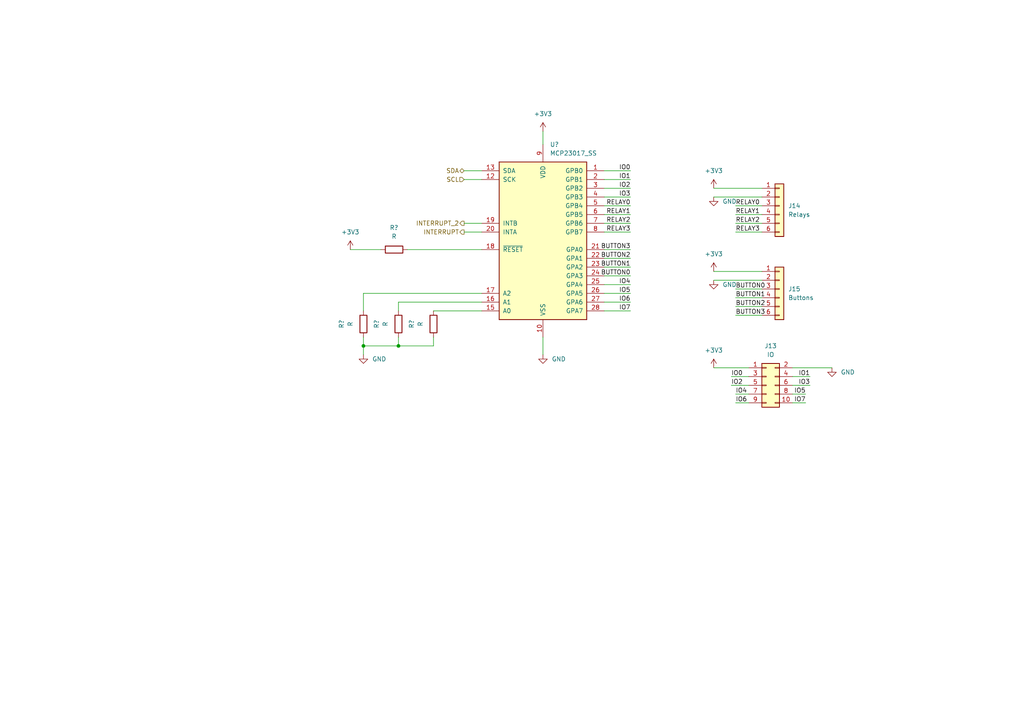
<source format=kicad_sch>
(kicad_sch (version 20211123) (generator eeschema)
  (paper "A4")
  (lib_symbols
    (symbol "Connector_Generic:Conn_01x06" (pin_names (offset 1.016) hide)
      (property "Reference" "J" (at 0 7.62 0))
      (property "Value" "Conn_01x06" (at 0 -10.16 0))
      (symbol "Conn_01x06_1_1"
        (rectangle (start -1.27 -7.493) (end 0 -7.747) (stroke (width 0.1524)))
        (rectangle (start -1.27 -4.953) (end 0 -5.207) (stroke (width 0.1524)))
        (rectangle (start -1.27 -2.413) (end 0 -2.667) (stroke (width 0.1524)))
        (rectangle (start -1.27 0.127) (end 0 -0.127) (stroke (width 0.1524)))
        (rectangle (start -1.27 2.667) (end 0 2.413) (stroke (width 0.1524)))
        (rectangle (start -1.27 5.207) (end 0 4.953) (stroke (width 0.1524)))
        (rectangle (start -1.27 6.35) (end 1.27 -8.89) (stroke (width 0.254)) (fill (type background)))
        (pin passive line (at -5.08 5.08 0) (length 3.81) (name "Pin_1") (number "1"))
        (pin passive line (at -5.08 2.54 0) (length 3.81) (name "Pin_2") (number "2"))
        (pin passive line (at -5.08 0 0) (length 3.81) (name "Pin_3") (number "3"))
        (pin passive line (at -5.08 -2.54 0) (length 3.81) (name "Pin_4") (number "4"))
        (pin passive line (at -5.08 -5.08 0) (length 3.81) (name "Pin_5") (number "5"))
        (pin passive line (at -5.08 -7.62 0) (length 3.81) (name "Pin_6") (number "6"))
      )
    )
    (symbol "Connector_Generic:Conn_02x05_Odd_Even" (pin_names (offset 1.016) hide)
      (property "Reference" "J" (at 1.27 7.62 0))
      (property "Value" "Conn_02x05_Odd_Even" (at 1.27 -7.62 0))
      (symbol "Conn_02x05_Odd_Even_1_1"
        (rectangle (start -1.27 -4.953) (end 0 -5.207) (stroke (width 0.1524)))
        (rectangle (start -1.27 -2.413) (end 0 -2.667) (stroke (width 0.1524)))
        (rectangle (start -1.27 0.127) (end 0 -0.127) (stroke (width 0.1524)))
        (rectangle (start -1.27 2.667) (end 0 2.413) (stroke (width 0.1524)))
        (rectangle (start -1.27 5.207) (end 0 4.953) (stroke (width 0.1524)))
        (rectangle (start -1.27 6.35) (end 3.81 -6.35) (stroke (width 0.254)) (fill (type background)))
        (rectangle (start 3.81 -4.953) (end 2.54 -5.207) (stroke (width 0.1524)))
        (rectangle (start 3.81 -2.413) (end 2.54 -2.667) (stroke (width 0.1524)))
        (rectangle (start 3.81 0.127) (end 2.54 -0.127) (stroke (width 0.1524)))
        (rectangle (start 3.81 2.667) (end 2.54 2.413) (stroke (width 0.1524)))
        (rectangle (start 3.81 5.207) (end 2.54 4.953) (stroke (width 0.1524)))
        (pin passive line (at -5.08 5.08 0) (length 3.81) (name "Pin_1") (number "1"))
        (pin passive line (at 7.62 -5.08 180) (length 3.81) (name "Pin_10") (number "10"))
        (pin passive line (at 7.62 5.08 180) (length 3.81) (name "Pin_2") (number "2"))
        (pin passive line (at -5.08 2.54 0) (length 3.81) (name "Pin_3") (number "3"))
        (pin passive line (at 7.62 2.54 180) (length 3.81) (name "Pin_4") (number "4"))
        (pin passive line (at -5.08 0 0) (length 3.81) (name "Pin_5") (number "5"))
        (pin passive line (at 7.62 0 180) (length 3.81) (name "Pin_6") (number "6"))
        (pin passive line (at -5.08 -2.54 0) (length 3.81) (name "Pin_7") (number "7"))
        (pin passive line (at 7.62 -2.54 180) (length 3.81) (name "Pin_8") (number "8"))
        (pin passive line (at -5.08 -5.08 0) (length 3.81) (name "Pin_9") (number "9"))
      )
    )
    (symbol "Device:R" (pin_numbers hide) (pin_names (offset 0))
      (property "Reference" "R" (at 2.032 0 90))
      (property "Value" "R" (at 0 0 90))
      (symbol "R_0_1"
        (rectangle (start -1.016 -2.54) (end 1.016 2.54) (stroke (width 0.254)))
      )
      (symbol "R_1_1"
        (pin passive line (at 0 3.81 270) (length 1.27) (name "~") (number "1"))
        (pin passive line (at 0 -3.81 90) (length 1.27) (name "~") (number "2"))
      )
    )
    (symbol "Interface_Expansion:MCP23017_SS" (pin_names (offset 1.016))
      (property "Reference" "U" (at -11.43 24.13 0))
      (property "Value" "MCP23017_SS" (at 0 0 0))
      (symbol "MCP23017_SS_0_1"
        (rectangle (start -12.7 22.86) (end 12.7 -22.86) (stroke (width 0.254)) (fill (type background)))
      )
      (symbol "MCP23017_SS_1_1"
        (pin bidirectional line (at 17.78 20.32 180) (length 5.08) (name "GPB0") (number "1"))
        (pin power_in line (at 0 -27.94 90) (length 5.08) (name "VSS") (number "10"))
        (pin no_connect line (at -12.7 15.24 0) (length 5.08) hide (name "NC") (number "11"))
        (pin input line (at -17.78 17.78 0) (length 5.08) (name "SCK") (number "12"))
        (pin bidirectional line (at -17.78 20.32 0) (length 5.08) (name "SDA") (number "13"))
        (pin no_connect line (at -12.7 12.7 0) (length 5.08) hide (name "NC") (number "14"))
        (pin input line (at -17.78 -20.32 0) (length 5.08) (name "A0") (number "15"))
        (pin input line (at -17.78 -17.78 0) (length 5.08) (name "A1") (number "16"))
        (pin input line (at -17.78 -15.24 0) (length 5.08) (name "A2") (number "17"))
        (pin input line (at -17.78 -2.54 0) (length 5.08) (name "~{RESET}") (number "18"))
        (pin tri_state line (at -17.78 5.08 0) (length 5.08) (name "INTB") (number "19"))
        (pin bidirectional line (at 17.78 17.78 180) (length 5.08) (name "GPB1") (number "2"))
        (pin tri_state line (at -17.78 2.54 0) (length 5.08) (name "INTA") (number "20"))
        (pin bidirectional line (at 17.78 -2.54 180) (length 5.08) (name "GPA0") (number "21"))
        (pin bidirectional line (at 17.78 -5.08 180) (length 5.08) (name "GPA1") (number "22"))
        (pin bidirectional line (at 17.78 -7.62 180) (length 5.08) (name "GPA2") (number "23"))
        (pin bidirectional line (at 17.78 -10.16 180) (length 5.08) (name "GPA3") (number "24"))
        (pin bidirectional line (at 17.78 -12.7 180) (length 5.08) (name "GPA4") (number "25"))
        (pin bidirectional line (at 17.78 -15.24 180) (length 5.08) (name "GPA5") (number "26"))
        (pin bidirectional line (at 17.78 -17.78 180) (length 5.08) (name "GPA6") (number "27"))
        (pin bidirectional line (at 17.78 -20.32 180) (length 5.08) (name "GPA7") (number "28"))
        (pin bidirectional line (at 17.78 15.24 180) (length 5.08) (name "GPB2") (number "3"))
        (pin bidirectional line (at 17.78 12.7 180) (length 5.08) (name "GPB3") (number "4"))
        (pin bidirectional line (at 17.78 10.16 180) (length 5.08) (name "GPB4") (number "5"))
        (pin bidirectional line (at 17.78 7.62 180) (length 5.08) (name "GPB5") (number "6"))
        (pin bidirectional line (at 17.78 5.08 180) (length 5.08) (name "GPB6") (number "7"))
        (pin bidirectional line (at 17.78 2.54 180) (length 5.08) (name "GPB7") (number "8"))
        (pin power_in line (at 0 27.94 270) (length 5.08) (name "VDD") (number "9"))
      )
    )
    (symbol "power:+3V3" (power) (pin_names (offset 0))
      (property "Value" "+3V3" (at 0 3.556 0))
      (symbol "+3V3_0_1"
        (polyline (pts (xy -0.762 1.27) (xy 0 2.54)))
        (polyline (pts (xy 0 0) (xy 0 2.54)))
        (polyline (pts (xy 0 2.54) (xy 0.762 1.27)))
      )
      (symbol "+3V3_1_1"
        (pin power_in line (at 0 0 90) (length 0) hide (name "+3V3") (number "1"))
      )
    )
    (symbol "power:GND" (power) (pin_names (offset 0))
      (property "Value" "GND" (at 0 -3.81 0))
      (symbol "GND_0_1"
        (polyline (pts (xy 0 0) (xy 0 -1.27) (xy 1.27 -1.27) (xy 0 -2.54) (xy -1.27 -1.27) (xy 0 -1.27)))
      )
      (symbol "GND_1_1"
        (pin power_in line (at 0 0 270) (length 0) hide (name "GND") (number "1"))
      )
    )
  )
  (junction (at 105.41 100.33))
  (junction (at 115.57 100.33))
  (wire (pts (xy 175.26 82.55) (xy 182.88 82.55)))
  (wire (pts (xy 175.26 59.69) (xy 182.88 59.69)))
  (wire (pts (xy 234.95 109.22) (xy 229.87 109.22)))
  (wire (pts (xy 157.48 38.1) (xy 157.48 41.91)))
  (wire (pts (xy 115.57 87.63) (xy 139.7 87.63)))
  (wire (pts (xy 220.98 88.9) (xy 213.36 88.9)))
  (wire (pts (xy 175.26 52.07) (xy 182.88 52.07)))
  (wire (pts (xy 207.01 78.74) (xy 220.98 78.74)))
  (wire (pts (xy 105.41 90.17) (xy 105.41 85.09)))
  (wire (pts (xy 175.26 90.17) (xy 182.88 90.17)))
  (wire (pts (xy 207.01 57.15) (xy 220.98 57.15)))
  (wire (pts (xy 175.26 80.01) (xy 182.88 80.01)))
  (wire (pts (xy 207.01 81.28) (xy 220.98 81.28)))
  (wire (pts (xy 175.26 85.09) (xy 182.88 85.09)))
  (wire (pts (xy 213.36 114.3) (xy 217.17 114.3)))
  (wire (pts (xy 220.98 59.69) (xy 213.36 59.69)))
  (wire (pts (xy 175.26 67.31) (xy 182.88 67.31)))
  (wire (pts (xy 175.26 57.15) (xy 182.88 57.15)))
  (wire (pts (xy 105.41 102.87) (xy 105.41 100.33)))
  (wire (pts (xy 220.98 64.77) (xy 213.36 64.77)))
  (wire (pts (xy 229.87 111.76) (xy 234.95 111.76)))
  (wire (pts (xy 134.62 64.77) (xy 139.7 64.77)))
  (wire (pts (xy 175.26 74.93) (xy 182.88 74.93)))
  (wire (pts (xy 220.98 91.44) (xy 213.36 91.44)))
  (wire (pts (xy 175.26 77.47) (xy 182.88 77.47)))
  (wire (pts (xy 115.57 100.33) (xy 105.41 100.33)))
  (wire (pts (xy 115.57 97.79) (xy 115.57 100.33)))
  (wire (pts (xy 134.62 67.31) (xy 139.7 67.31)))
  (wire (pts (xy 175.26 62.23) (xy 182.88 62.23)))
  (wire (pts (xy 118.11 72.39) (xy 139.7 72.39)))
  (wire (pts (xy 229.87 106.68) (xy 241.3 106.68)))
  (wire (pts (xy 105.41 85.09) (xy 139.7 85.09)))
  (wire (pts (xy 115.57 87.63) (xy 115.57 90.17)))
  (wire (pts (xy 217.17 116.84) (xy 213.36 116.84)))
  (wire (pts (xy 207.01 106.68) (xy 217.17 106.68)))
  (wire (pts (xy 233.68 114.3) (xy 229.87 114.3)))
  (wire (pts (xy 125.73 90.17) (xy 139.7 90.17)))
  (wire (pts (xy 125.73 97.79) (xy 125.73 100.33)))
  (wire (pts (xy 212.09 109.22) (xy 217.17 109.22)))
  (wire (pts (xy 105.41 100.33) (xy 105.41 97.79)))
  (wire (pts (xy 175.26 54.61) (xy 182.88 54.61)))
  (wire (pts (xy 175.26 49.53) (xy 182.88 49.53)))
  (wire (pts (xy 175.26 64.77) (xy 182.88 64.77)))
  (wire (pts (xy 220.98 67.31) (xy 213.36 67.31)))
  (wire (pts (xy 157.48 102.87) (xy 157.48 97.79)))
  (wire (pts (xy 134.62 52.07) (xy 139.7 52.07)))
  (wire (pts (xy 134.62 49.53) (xy 139.7 49.53)))
  (wire (pts (xy 212.09 111.76) (xy 217.17 111.76)))
  (wire (pts (xy 175.26 87.63) (xy 182.88 87.63)))
  (wire (pts (xy 101.6 72.39) (xy 110.49 72.39)))
  (wire (pts (xy 220.98 62.23) (xy 213.36 62.23)))
  (wire (pts (xy 233.68 116.84) (xy 229.87 116.84)))
  (wire (pts (xy 220.98 83.82) (xy 213.36 83.82)))
  (wire (pts (xy 207.01 54.61) (xy 220.98 54.61)))
  (wire (pts (xy 125.73 100.33) (xy 115.57 100.33)))
  (wire (pts (xy 220.98 86.36) (xy 213.36 86.36)))
  (wire (pts (xy 175.26 72.39) (xy 182.88 72.39)))
  (label "RELAY2" (at 213.36 64.77 0))
  (label "IO5" (at 182.88 85.09 180))
  (label "IO6" (at 213.36 116.84 0))
  (label "IO6" (at 182.88 87.63 180))
  (label "RELAY0" (at 182.88 59.69 180))
  (label "IO1" (at 182.88 52.07 180))
  (label "BUTTON1" (at 182.88 77.47 180))
  (label "RELAY2" (at 182.88 64.77 180))
  (label "IO7" (at 182.88 90.17 180))
  (label "IO2" (at 182.88 54.61 180))
  (label "IO1" (at 234.95 109.22 180))
  (label "RELAY1" (at 182.88 62.23 180))
  (label "BUTTON1" (at 213.36 86.36 0))
  (label "RELAY0" (at 213.36 59.69 0))
  (label "IO4" (at 213.36 114.3 0))
  (label "IO3" (at 182.88 57.15 180))
  (label "BUTTON0" (at 182.88 80.01 180))
  (label "IO0" (at 212.09 109.22 0))
  (label "BUTTON2" (at 182.88 74.93 180))
  (label "IO3" (at 234.95 111.76 180))
  (label "BUTTON0" (at 213.36 83.82 0))
  (label "IO2" (at 212.09 111.76 0))
  (label "BUTTON3" (at 182.88 72.39 180))
  (label "BUTTON2" (at 213.36 88.9 0))
  (label "RELAY3" (at 182.88 67.31 180))
  (label "IO4" (at 182.88 82.55 180))
  (label "IO0" (at 182.88 49.53 180))
  (label "RELAY1" (at 213.36 62.23 0))
  (label "BUTTON3" (at 213.36 91.44 0))
  (label "IO5" (at 233.68 114.3 180))
  (label "RELAY3" (at 213.36 67.31 0))
  (label "IO7" (at 233.68 116.84 180))
  (hierarchical_label "INTERRUPT" (shape output) (at 134.62 67.31 180))
  (hierarchical_label "SDA" (shape bidirectional) (at 134.62 49.53 180))
  (hierarchical_label "INTERRUPT_2" (shape output) (at 134.62 64.77 180))
  (hierarchical_label "SCL" (shape input) (at 134.62 52.07 180))
  (symbol (lib_id "Device:R") (at 105.41 93.98 180) (unit 1)
    (property "Reference" "R?" (at 99.06 93.98 90))
    (property "Value" "R" (at 101.6 93.98 90))
    (property "Footprint" "Resistor_SMD:R_1206_3216Metric" (effects hide))
  )
  (symbol (lib_id "Interface_Expansion:MCP23017_SS") (at 157.48 69.85 0) (unit 1)
    (property "Reference" "U?" (at 159.4994 41.91 0) (effects (justify left)))
    (property "Value" "MCP23017_SS" (at 159.4994 44.45 0) (effects (justify left)))
    (property "Footprint" "Package_SO:SSOP-28_5.3x10.2mm_P0.65mm" (effects hide))
    (property "Datasheet" "http://ww1.microchip.com/downloads/en/DeviceDoc/20001952C.pdf" (effects hide))
  )
  (symbol (lib_id "power:+3V3") (at 157.48 38.1 0) (unit 1)
    (property "Reference" "#PWR?" (effects hide))
    (property "Value" "+3V3" (at 157.48 33.02 0))
  )
  (symbol (lib_id "Device:R") (at 115.57 93.98 180) (unit 1)
    (property "Reference" "R?" (at 109.22 93.98 90))
    (property "Value" "R" (at 111.76 93.98 90))
    (property "Footprint" "Resistor_SMD:R_1206_3216Metric" (effects hide))
  )
  (symbol (lib_id "power:+3V3") (at 207.01 106.68 0) (unit 1)
    (property "Reference" "#PWR056" (effects hide))
    (property "Value" "~" (at 207.01 101.6 0))
  )
  (symbol (lib_id "power:GND") (at 241.3 106.68 0) (unit 1)
    (property "Reference" "#PWR057" (effects hide))
    (property "Value" "~" (at 243.84 107.9499 0) (effects (justify left)))
  )
  (symbol (lib_id "power:+3V3") (at 101.6 72.39 0) (unit 1)
    (property "Reference" "#PWR?" (effects hide))
    (property "Value" "+3V3" (at 101.6 67.31 0))
  )
  (symbol (lib_id "Device:R") (at 114.3 72.39 90) (unit 1)
    (property "Reference" "R?" (at 114.3 66.04 90))
    (property "Value" "R" (at 114.3 68.58 90))
    (property "Footprint" "Resistor_SMD:R_1206_3216Metric" (effects hide))
  )
  (symbol (lib_id "power:GND") (at 105.41 102.87 0) (unit 1)
    (property "Reference" "#PWR049" (effects hide))
    (property "Value" "~" (at 107.95 104.1399 0) (effects (justify left)))
  )
  (symbol (lib_id "Connector_Generic:Conn_02x05_Odd_Even") (at 222.25 111.76 0) (unit 1)
    (property "Reference" "J13" (at 223.52 100.33 0))
    (property "Value" "IO" (at 223.52 102.87 0))
    (property "Footprint" "Connector_PinHeader_2.54mm:PinHeader_2x05_P2.54mm_Vertical" (effects hide))
  )
  (symbol (lib_id "Connector_Generic:Conn_01x06") (at 226.06 59.69 0) (unit 1)
    (property "Reference" "J14" (at 228.6 59.6899 0) (effects (justify left)))
    (property "Value" "Relays" (at 228.6 62.2299 0) (effects (justify left)))
    (property "Footprint" "Connector_PinHeader_2.54mm:PinHeader_1x06_P2.54mm_Vertical" (effects hide))
  )
  (symbol (lib_id "power:GND") (at 157.48 102.87 0) (unit 1)
    (property "Reference" "#PWR?" (effects hide))
    (property "Value" "GND" (at 160.02 104.1399 0) (effects (justify left)))
  )
  (symbol (lib_id "Connector_Generic:Conn_01x06") (at 226.06 83.82 0) (unit 1)
    (property "Reference" "J15" (at 228.6 83.8199 0) (effects (justify left)))
    (property "Value" "Buttons" (at 228.6 86.3599 0) (effects (justify left)))
    (property "Footprint" "Connector_PinHeader_2.54mm:PinHeader_1x06_P2.54mm_Vertical" (effects hide))
  )
  (symbol (lib_id "power:GND") (at 207.01 57.15 0) (unit 1)
    (property "Reference" "#PWR053" (effects hide))
    (property "Value" "~" (at 209.55 58.4199 0) (effects (justify left)))
  )
  (symbol (lib_id "power:+3V3") (at 207.01 78.74 0) (unit 1)
    (property "Reference" "#PWR054" (effects hide))
    (property "Value" "~" (at 207.01 73.66 0))
  )
  (symbol (lib_id "Device:R") (at 125.73 93.98 180) (unit 1)
    (property "Reference" "R?" (at 119.38 93.98 90))
    (property "Value" "R" (at 121.92 93.98 90))
    (property "Footprint" "Resistor_SMD:R_1206_3216Metric" (effects hide))
  )
  (symbol (lib_id "power:GND") (at 207.01 81.28 0) (unit 1)
    (property "Reference" "#PWR055" (effects hide))
    (property "Value" "~" (at 209.55 82.5499 0) (effects (justify left)))
  )
  (symbol (lib_id "power:+3V3") (at 207.01 54.61 0) (unit 1)
    (property "Reference" "#PWR052" (effects hide))
    (property "Value" "~" (at 207.01 49.53 0))
  )
)
</source>
